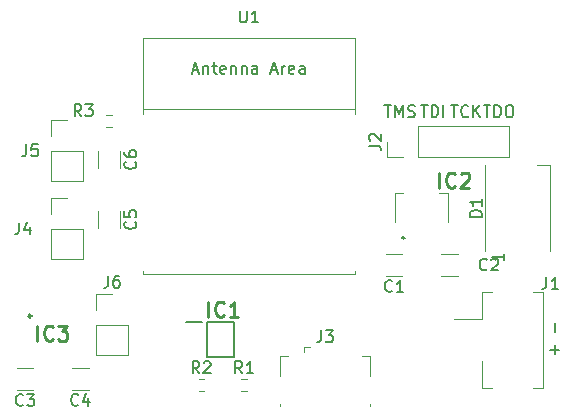
<source format=gbr>
%TF.GenerationSoftware,KiCad,Pcbnew,(5.1.12)-1*%
%TF.CreationDate,2021-12-22T14:47:12+01:00*%
%TF.ProjectId,speaker,73706561-6b65-4722-9e6b-696361645f70,rev?*%
%TF.SameCoordinates,Original*%
%TF.FileFunction,Legend,Top*%
%TF.FilePolarity,Positive*%
%FSLAX46Y46*%
G04 Gerber Fmt 4.6, Leading zero omitted, Abs format (unit mm)*
G04 Created by KiCad (PCBNEW (5.1.12)-1) date 2021-12-22 14:47:12*
%MOMM*%
%LPD*%
G01*
G04 APERTURE LIST*
%ADD10C,0.150000*%
%ADD11C,0.120000*%
%ADD12C,0.200000*%
%ADD13C,0.254000*%
%ADD14C,0.100000*%
G04 APERTURE END LIST*
D10*
X169951447Y-86456828D02*
X170713352Y-86456828D01*
X170332400Y-86837780D02*
X170332400Y-86075876D01*
X170327628Y-84962952D02*
X170327628Y-84201047D01*
X164298476Y-65746380D02*
X164869904Y-65746380D01*
X164584190Y-66746380D02*
X164584190Y-65746380D01*
X165203238Y-66746380D02*
X165203238Y-65746380D01*
X165441333Y-65746380D01*
X165584190Y-65794000D01*
X165679428Y-65889238D01*
X165727047Y-65984476D01*
X165774666Y-66174952D01*
X165774666Y-66317809D01*
X165727047Y-66508285D01*
X165679428Y-66603523D01*
X165584190Y-66698761D01*
X165441333Y-66746380D01*
X165203238Y-66746380D01*
X166393714Y-65746380D02*
X166584190Y-65746380D01*
X166679428Y-65794000D01*
X166774666Y-65889238D01*
X166822285Y-66079714D01*
X166822285Y-66413047D01*
X166774666Y-66603523D01*
X166679428Y-66698761D01*
X166584190Y-66746380D01*
X166393714Y-66746380D01*
X166298476Y-66698761D01*
X166203238Y-66603523D01*
X166155619Y-66413047D01*
X166155619Y-66079714D01*
X166203238Y-65889238D01*
X166298476Y-65794000D01*
X166393714Y-65746380D01*
X161528285Y-65746380D02*
X162099714Y-65746380D01*
X161814000Y-66746380D02*
X161814000Y-65746380D01*
X163004476Y-66651142D02*
X162956857Y-66698761D01*
X162814000Y-66746380D01*
X162718761Y-66746380D01*
X162575904Y-66698761D01*
X162480666Y-66603523D01*
X162433047Y-66508285D01*
X162385428Y-66317809D01*
X162385428Y-66174952D01*
X162433047Y-65984476D01*
X162480666Y-65889238D01*
X162575904Y-65794000D01*
X162718761Y-65746380D01*
X162814000Y-65746380D01*
X162956857Y-65794000D01*
X163004476Y-65841619D01*
X163433047Y-66746380D02*
X163433047Y-65746380D01*
X164004476Y-66746380D02*
X163575904Y-66174952D01*
X164004476Y-65746380D02*
X163433047Y-66317809D01*
X158996190Y-65746380D02*
X159567619Y-65746380D01*
X159281904Y-66746380D02*
X159281904Y-65746380D01*
X159900952Y-66746380D02*
X159900952Y-65746380D01*
X160139047Y-65746380D01*
X160281904Y-65794000D01*
X160377142Y-65889238D01*
X160424761Y-65984476D01*
X160472380Y-66174952D01*
X160472380Y-66317809D01*
X160424761Y-66508285D01*
X160377142Y-66603523D01*
X160281904Y-66698761D01*
X160139047Y-66746380D01*
X159900952Y-66746380D01*
X160900952Y-66746380D02*
X160900952Y-65746380D01*
X155892666Y-65746380D02*
X156464095Y-65746380D01*
X156178380Y-66746380D02*
X156178380Y-65746380D01*
X156797428Y-66746380D02*
X156797428Y-65746380D01*
X157130761Y-66460666D01*
X157464095Y-65746380D01*
X157464095Y-66746380D01*
X157892666Y-66698761D02*
X158035523Y-66746380D01*
X158273619Y-66746380D01*
X158368857Y-66698761D01*
X158416476Y-66651142D01*
X158464095Y-66555904D01*
X158464095Y-66460666D01*
X158416476Y-66365428D01*
X158368857Y-66317809D01*
X158273619Y-66270190D01*
X158083142Y-66222571D01*
X157987904Y-66174952D01*
X157940285Y-66127333D01*
X157892666Y-66032095D01*
X157892666Y-65936857D01*
X157940285Y-65841619D01*
X157987904Y-65794000D01*
X158083142Y-65746380D01*
X158321238Y-65746380D01*
X158464095Y-65794000D01*
D11*
%TO.C,D1*%
X169932800Y-70797400D02*
X168782800Y-70797400D01*
X169932800Y-78097400D02*
X169932800Y-70797400D01*
X164432800Y-78097400D02*
X164432800Y-70797400D01*
D12*
%TO.C,IC1*%
X139086000Y-84098000D02*
X140486000Y-84098000D01*
X140836000Y-87098000D02*
X140836000Y-84098000D01*
X143136000Y-87098000D02*
X140836000Y-87098000D01*
X143136000Y-84098000D02*
X143136000Y-87098000D01*
X140836000Y-84098000D02*
X143136000Y-84098000D01*
D11*
%TO.C,J1*%
X169358400Y-89708400D02*
X168508400Y-89708400D01*
X169358400Y-81538400D02*
X169358400Y-89708400D01*
X168508400Y-81538400D02*
X169358400Y-81538400D01*
X164138400Y-89708400D02*
X164138400Y-87383400D01*
X164988400Y-89708400D02*
X164138400Y-89708400D01*
X164138400Y-83863400D02*
X161748400Y-83863400D01*
X164138400Y-81538400D02*
X164138400Y-83863400D01*
X164988400Y-81538400D02*
X164138400Y-81538400D01*
%TO.C,U1*%
X135425000Y-60025000D02*
X153425000Y-60025000D01*
X153425000Y-80025000D02*
X135425000Y-80025000D01*
X153425000Y-66025000D02*
X135475000Y-66025000D01*
X153425000Y-60025000D02*
X153425000Y-66525000D01*
X135425000Y-60025000D02*
X135425000Y-66525000D01*
X135425000Y-80025000D02*
X135425000Y-79775000D01*
X153425000Y-79775000D02*
X153425000Y-80025000D01*
%TO.C,J5*%
X127702000Y-72196000D02*
X130362000Y-72196000D01*
X127702000Y-69596000D02*
X127702000Y-72196000D01*
X130362000Y-69596000D02*
X130362000Y-72196000D01*
X127702000Y-69596000D02*
X130362000Y-69596000D01*
X127702000Y-68326000D02*
X127702000Y-66996000D01*
X127702000Y-66996000D02*
X129032000Y-66996000D01*
%TO.C,J6*%
X131512000Y-86928000D02*
X134172000Y-86928000D01*
X131512000Y-84328000D02*
X131512000Y-86928000D01*
X134172000Y-84328000D02*
X134172000Y-86928000D01*
X131512000Y-84328000D02*
X134172000Y-84328000D01*
X131512000Y-83058000D02*
X131512000Y-81728000D01*
X131512000Y-81728000D02*
X132842000Y-81728000D01*
%TO.C,R3*%
X132350742Y-66533500D02*
X132825258Y-66533500D01*
X132350742Y-67578500D02*
X132825258Y-67578500D01*
%TO.C,R2*%
X140161742Y-88885500D02*
X140636258Y-88885500D01*
X140161742Y-89930500D02*
X140636258Y-89930500D01*
%TO.C,R1*%
X143780742Y-88885500D02*
X144255258Y-88885500D01*
X143780742Y-89930500D02*
X144255258Y-89930500D01*
%TO.C,J4*%
X127702000Y-78800000D02*
X130362000Y-78800000D01*
X127702000Y-76200000D02*
X127702000Y-78800000D01*
X130362000Y-76200000D02*
X130362000Y-78800000D01*
X127702000Y-76200000D02*
X130362000Y-76200000D01*
X127702000Y-74930000D02*
X127702000Y-73600000D01*
X127702000Y-73600000D02*
X129032000Y-73600000D01*
%TO.C,J3*%
X147066000Y-86936000D02*
X147726000Y-86936000D01*
X147066000Y-88666000D02*
X147066000Y-86936000D01*
X154686000Y-91236000D02*
X154686000Y-91026000D01*
X147066000Y-91236000D02*
X147066000Y-91026000D01*
X154686000Y-88666000D02*
X154686000Y-86936000D01*
X154686000Y-86936000D02*
X154036000Y-86936000D01*
X149116000Y-86236000D02*
X149566000Y-86236000D01*
X149116000Y-86236000D02*
X149116000Y-86626000D01*
%TO.C,J2*%
X166430000Y-70164000D02*
X166430000Y-67504000D01*
X158750000Y-70164000D02*
X166430000Y-70164000D01*
X158750000Y-67504000D02*
X166430000Y-67504000D01*
X158750000Y-70164000D02*
X158750000Y-67504000D01*
X157480000Y-70164000D02*
X156150000Y-70164000D01*
X156150000Y-70164000D02*
X156150000Y-68834000D01*
D13*
%TO.C,IC3*%
X126012000Y-83590000D02*
G75*
G03*
X126012000Y-83590000I-125000J0D01*
G01*
D14*
%TO.C,IC2*%
X157504000Y-73152000D02*
X156754000Y-73152000D01*
X156754000Y-73152000D02*
X156754000Y-75602000D01*
X160504000Y-73152000D02*
X161254000Y-73152000D01*
X161254000Y-73152000D02*
X161254000Y-75602000D01*
D12*
X157404000Y-76952000D02*
X157404000Y-76952000D01*
X157604000Y-76952000D02*
X157604000Y-76952000D01*
X157604000Y-76952000D02*
G75*
G02*
X157404000Y-76952000I-100000J0D01*
G01*
X157404000Y-76952000D02*
G75*
G02*
X157604000Y-76952000I100000J0D01*
G01*
D11*
%TO.C,C6*%
X133498000Y-69646748D02*
X133498000Y-71069252D01*
X131678000Y-69646748D02*
X131678000Y-71069252D01*
%TO.C,C5*%
X133498000Y-74726748D02*
X133498000Y-76149252D01*
X131678000Y-74726748D02*
X131678000Y-76149252D01*
%TO.C,C4*%
X129438348Y-87990000D02*
X130860852Y-87990000D01*
X129438348Y-89810000D02*
X130860852Y-89810000D01*
%TO.C,C3*%
X126187252Y-89810000D02*
X124764748Y-89810000D01*
X126187252Y-87990000D02*
X124764748Y-87990000D01*
%TO.C,C2*%
X160731148Y-78363400D02*
X162153652Y-78363400D01*
X160731148Y-80183400D02*
X162153652Y-80183400D01*
%TO.C,C1*%
X157429252Y-80158000D02*
X156006748Y-80158000D01*
X157429252Y-78338000D02*
X156006748Y-78338000D01*
%TO.C,D1*%
D10*
X164135180Y-75185495D02*
X163135180Y-75185495D01*
X163135180Y-74947400D01*
X163182800Y-74804542D01*
X163278038Y-74709304D01*
X163373276Y-74661685D01*
X163563752Y-74614066D01*
X163706609Y-74614066D01*
X163897085Y-74661685D01*
X163992323Y-74709304D01*
X164087561Y-74804542D01*
X164135180Y-74947400D01*
X164135180Y-75185495D01*
X164135180Y-73661685D02*
X164135180Y-74233114D01*
X164135180Y-73947400D02*
X163135180Y-73947400D01*
X163278038Y-74042638D01*
X163373276Y-74137876D01*
X163420895Y-74233114D01*
X166035180Y-78311685D02*
X166035180Y-78883114D01*
X166035180Y-78597400D02*
X165035180Y-78597400D01*
X165178038Y-78692638D01*
X165273276Y-78787876D01*
X165320895Y-78883114D01*
%TO.C,IC1*%
D13*
X141000238Y-83632523D02*
X141000238Y-82362523D01*
X142330714Y-83511571D02*
X142270238Y-83572047D01*
X142088809Y-83632523D01*
X141967857Y-83632523D01*
X141786428Y-83572047D01*
X141665476Y-83451095D01*
X141605000Y-83330142D01*
X141544523Y-83088238D01*
X141544523Y-82906809D01*
X141605000Y-82664904D01*
X141665476Y-82543952D01*
X141786428Y-82423000D01*
X141967857Y-82362523D01*
X142088809Y-82362523D01*
X142270238Y-82423000D01*
X142330714Y-82483476D01*
X143540238Y-83632523D02*
X142814523Y-83632523D01*
X143177380Y-83632523D02*
X143177380Y-82362523D01*
X143056428Y-82543952D01*
X142935476Y-82664904D01*
X142814523Y-82725380D01*
%TO.C,J1*%
D10*
X169618066Y-80300580D02*
X169618066Y-81014866D01*
X169570447Y-81157723D01*
X169475209Y-81252961D01*
X169332352Y-81300580D01*
X169237114Y-81300580D01*
X170618066Y-81300580D02*
X170046638Y-81300580D01*
X170332352Y-81300580D02*
X170332352Y-80300580D01*
X170237114Y-80443438D01*
X170141876Y-80538676D01*
X170046638Y-80586295D01*
%TO.C,U1*%
X143663095Y-57727380D02*
X143663095Y-58536904D01*
X143710714Y-58632142D01*
X143758333Y-58679761D01*
X143853571Y-58727380D01*
X144044047Y-58727380D01*
X144139285Y-58679761D01*
X144186904Y-58632142D01*
X144234523Y-58536904D01*
X144234523Y-57727380D01*
X145234523Y-58727380D02*
X144663095Y-58727380D01*
X144948809Y-58727380D02*
X144948809Y-57727380D01*
X144853571Y-57870238D01*
X144758333Y-57965476D01*
X144663095Y-58013095D01*
X139663095Y-62791666D02*
X140139285Y-62791666D01*
X139567857Y-63077380D02*
X139901190Y-62077380D01*
X140234523Y-63077380D01*
X140567857Y-62410714D02*
X140567857Y-63077380D01*
X140567857Y-62505952D02*
X140615476Y-62458333D01*
X140710714Y-62410714D01*
X140853571Y-62410714D01*
X140948809Y-62458333D01*
X140996428Y-62553571D01*
X140996428Y-63077380D01*
X141329761Y-62410714D02*
X141710714Y-62410714D01*
X141472619Y-62077380D02*
X141472619Y-62934523D01*
X141520238Y-63029761D01*
X141615476Y-63077380D01*
X141710714Y-63077380D01*
X142425000Y-63029761D02*
X142329761Y-63077380D01*
X142139285Y-63077380D01*
X142044047Y-63029761D01*
X141996428Y-62934523D01*
X141996428Y-62553571D01*
X142044047Y-62458333D01*
X142139285Y-62410714D01*
X142329761Y-62410714D01*
X142425000Y-62458333D01*
X142472619Y-62553571D01*
X142472619Y-62648809D01*
X141996428Y-62744047D01*
X142901190Y-62410714D02*
X142901190Y-63077380D01*
X142901190Y-62505952D02*
X142948809Y-62458333D01*
X143044047Y-62410714D01*
X143186904Y-62410714D01*
X143282142Y-62458333D01*
X143329761Y-62553571D01*
X143329761Y-63077380D01*
X143805952Y-62410714D02*
X143805952Y-63077380D01*
X143805952Y-62505952D02*
X143853571Y-62458333D01*
X143948809Y-62410714D01*
X144091666Y-62410714D01*
X144186904Y-62458333D01*
X144234523Y-62553571D01*
X144234523Y-63077380D01*
X145139285Y-63077380D02*
X145139285Y-62553571D01*
X145091666Y-62458333D01*
X144996428Y-62410714D01*
X144805952Y-62410714D01*
X144710714Y-62458333D01*
X145139285Y-63029761D02*
X145044047Y-63077380D01*
X144805952Y-63077380D01*
X144710714Y-63029761D01*
X144663095Y-62934523D01*
X144663095Y-62839285D01*
X144710714Y-62744047D01*
X144805952Y-62696428D01*
X145044047Y-62696428D01*
X145139285Y-62648809D01*
X146329761Y-62791666D02*
X146805952Y-62791666D01*
X146234523Y-63077380D02*
X146567857Y-62077380D01*
X146901190Y-63077380D01*
X147234523Y-63077380D02*
X147234523Y-62410714D01*
X147234523Y-62601190D02*
X147282142Y-62505952D01*
X147329761Y-62458333D01*
X147425000Y-62410714D01*
X147520238Y-62410714D01*
X148234523Y-63029761D02*
X148139285Y-63077380D01*
X147948809Y-63077380D01*
X147853571Y-63029761D01*
X147805952Y-62934523D01*
X147805952Y-62553571D01*
X147853571Y-62458333D01*
X147948809Y-62410714D01*
X148139285Y-62410714D01*
X148234523Y-62458333D01*
X148282142Y-62553571D01*
X148282142Y-62648809D01*
X147805952Y-62744047D01*
X149139285Y-63077380D02*
X149139285Y-62553571D01*
X149091666Y-62458333D01*
X148996428Y-62410714D01*
X148805952Y-62410714D01*
X148710714Y-62458333D01*
X149139285Y-63029761D02*
X149044047Y-63077380D01*
X148805952Y-63077380D01*
X148710714Y-63029761D01*
X148663095Y-62934523D01*
X148663095Y-62839285D01*
X148710714Y-62744047D01*
X148805952Y-62696428D01*
X149044047Y-62696428D01*
X149139285Y-62648809D01*
%TO.C,J5*%
X125574466Y-69048380D02*
X125574466Y-69762666D01*
X125526847Y-69905523D01*
X125431609Y-70000761D01*
X125288752Y-70048380D01*
X125193514Y-70048380D01*
X126526847Y-69048380D02*
X126050657Y-69048380D01*
X126003038Y-69524571D01*
X126050657Y-69476952D01*
X126145895Y-69429333D01*
X126383990Y-69429333D01*
X126479228Y-69476952D01*
X126526847Y-69524571D01*
X126574466Y-69619809D01*
X126574466Y-69857904D01*
X126526847Y-69953142D01*
X126479228Y-70000761D01*
X126383990Y-70048380D01*
X126145895Y-70048380D01*
X126050657Y-70000761D01*
X126003038Y-69953142D01*
%TO.C,J6*%
X132508666Y-80180380D02*
X132508666Y-80894666D01*
X132461047Y-81037523D01*
X132365809Y-81132761D01*
X132222952Y-81180380D01*
X132127714Y-81180380D01*
X133413428Y-80180380D02*
X133222952Y-80180380D01*
X133127714Y-80228000D01*
X133080095Y-80275619D01*
X132984857Y-80418476D01*
X132937238Y-80608952D01*
X132937238Y-80989904D01*
X132984857Y-81085142D01*
X133032476Y-81132761D01*
X133127714Y-81180380D01*
X133318190Y-81180380D01*
X133413428Y-81132761D01*
X133461047Y-81085142D01*
X133508666Y-80989904D01*
X133508666Y-80751809D01*
X133461047Y-80656571D01*
X133413428Y-80608952D01*
X133318190Y-80561333D01*
X133127714Y-80561333D01*
X133032476Y-80608952D01*
X132984857Y-80656571D01*
X132937238Y-80751809D01*
%TO.C,R3*%
X130236933Y-66670180D02*
X129903600Y-66193990D01*
X129665504Y-66670180D02*
X129665504Y-65670180D01*
X130046457Y-65670180D01*
X130141695Y-65717800D01*
X130189314Y-65765419D01*
X130236933Y-65860657D01*
X130236933Y-66003514D01*
X130189314Y-66098752D01*
X130141695Y-66146371D01*
X130046457Y-66193990D01*
X129665504Y-66193990D01*
X130570266Y-65670180D02*
X131189314Y-65670180D01*
X130855980Y-66051133D01*
X130998838Y-66051133D01*
X131094076Y-66098752D01*
X131141695Y-66146371D01*
X131189314Y-66241609D01*
X131189314Y-66479704D01*
X131141695Y-66574942D01*
X131094076Y-66622561D01*
X130998838Y-66670180D01*
X130713123Y-66670180D01*
X130617885Y-66622561D01*
X130570266Y-66574942D01*
%TO.C,R2*%
X140232333Y-88430380D02*
X139899000Y-87954190D01*
X139660904Y-88430380D02*
X139660904Y-87430380D01*
X140041857Y-87430380D01*
X140137095Y-87478000D01*
X140184714Y-87525619D01*
X140232333Y-87620857D01*
X140232333Y-87763714D01*
X140184714Y-87858952D01*
X140137095Y-87906571D01*
X140041857Y-87954190D01*
X139660904Y-87954190D01*
X140613285Y-87525619D02*
X140660904Y-87478000D01*
X140756142Y-87430380D01*
X140994238Y-87430380D01*
X141089476Y-87478000D01*
X141137095Y-87525619D01*
X141184714Y-87620857D01*
X141184714Y-87716095D01*
X141137095Y-87858952D01*
X140565666Y-88430380D01*
X141184714Y-88430380D01*
%TO.C,R1*%
X143851333Y-88430380D02*
X143518000Y-87954190D01*
X143279904Y-88430380D02*
X143279904Y-87430380D01*
X143660857Y-87430380D01*
X143756095Y-87478000D01*
X143803714Y-87525619D01*
X143851333Y-87620857D01*
X143851333Y-87763714D01*
X143803714Y-87858952D01*
X143756095Y-87906571D01*
X143660857Y-87954190D01*
X143279904Y-87954190D01*
X144803714Y-88430380D02*
X144232285Y-88430380D01*
X144518000Y-88430380D02*
X144518000Y-87430380D01*
X144422761Y-87573238D01*
X144327523Y-87668476D01*
X144232285Y-87716095D01*
%TO.C,J4*%
X124964866Y-75677780D02*
X124964866Y-76392066D01*
X124917247Y-76534923D01*
X124822009Y-76630161D01*
X124679152Y-76677780D01*
X124583914Y-76677780D01*
X125869628Y-76011114D02*
X125869628Y-76677780D01*
X125631533Y-75630161D02*
X125393438Y-76344447D01*
X126012485Y-76344447D01*
%TO.C,J3*%
X150542666Y-84798380D02*
X150542666Y-85512666D01*
X150495047Y-85655523D01*
X150399809Y-85750761D01*
X150256952Y-85798380D01*
X150161714Y-85798380D01*
X150923619Y-84798380D02*
X151542666Y-84798380D01*
X151209333Y-85179333D01*
X151352190Y-85179333D01*
X151447428Y-85226952D01*
X151495047Y-85274571D01*
X151542666Y-85369809D01*
X151542666Y-85607904D01*
X151495047Y-85703142D01*
X151447428Y-85750761D01*
X151352190Y-85798380D01*
X151066476Y-85798380D01*
X150971238Y-85750761D01*
X150923619Y-85703142D01*
%TO.C,J2*%
X154602380Y-69167333D02*
X155316666Y-69167333D01*
X155459523Y-69214952D01*
X155554761Y-69310190D01*
X155602380Y-69453047D01*
X155602380Y-69548285D01*
X154697619Y-68738761D02*
X154650000Y-68691142D01*
X154602380Y-68595904D01*
X154602380Y-68357809D01*
X154650000Y-68262571D01*
X154697619Y-68214952D01*
X154792857Y-68167333D01*
X154888095Y-68167333D01*
X155030952Y-68214952D01*
X155602380Y-68786380D01*
X155602380Y-68167333D01*
%TO.C,IC3*%
D13*
X126522238Y-85664523D02*
X126522238Y-84394523D01*
X127852714Y-85543571D02*
X127792238Y-85604047D01*
X127610809Y-85664523D01*
X127489857Y-85664523D01*
X127308428Y-85604047D01*
X127187476Y-85483095D01*
X127127000Y-85362142D01*
X127066523Y-85120238D01*
X127066523Y-84938809D01*
X127127000Y-84696904D01*
X127187476Y-84575952D01*
X127308428Y-84455000D01*
X127489857Y-84394523D01*
X127610809Y-84394523D01*
X127792238Y-84455000D01*
X127852714Y-84515476D01*
X128276047Y-84394523D02*
X129062238Y-84394523D01*
X128638904Y-84878333D01*
X128820333Y-84878333D01*
X128941285Y-84938809D01*
X129001761Y-84999285D01*
X129062238Y-85120238D01*
X129062238Y-85422619D01*
X129001761Y-85543571D01*
X128941285Y-85604047D01*
X128820333Y-85664523D01*
X128457476Y-85664523D01*
X128336523Y-85604047D01*
X128276047Y-85543571D01*
%TO.C,IC2*%
X160558238Y-72710523D02*
X160558238Y-71440523D01*
X161888714Y-72589571D02*
X161828238Y-72650047D01*
X161646809Y-72710523D01*
X161525857Y-72710523D01*
X161344428Y-72650047D01*
X161223476Y-72529095D01*
X161163000Y-72408142D01*
X161102523Y-72166238D01*
X161102523Y-71984809D01*
X161163000Y-71742904D01*
X161223476Y-71621952D01*
X161344428Y-71501000D01*
X161525857Y-71440523D01*
X161646809Y-71440523D01*
X161828238Y-71501000D01*
X161888714Y-71561476D01*
X162372523Y-71561476D02*
X162433000Y-71501000D01*
X162553952Y-71440523D01*
X162856333Y-71440523D01*
X162977285Y-71501000D01*
X163037761Y-71561476D01*
X163098238Y-71682428D01*
X163098238Y-71803380D01*
X163037761Y-71984809D01*
X162312047Y-72710523D01*
X163098238Y-72710523D01*
%TO.C,C6*%
D10*
X134795142Y-70524666D02*
X134842761Y-70572285D01*
X134890380Y-70715142D01*
X134890380Y-70810380D01*
X134842761Y-70953238D01*
X134747523Y-71048476D01*
X134652285Y-71096095D01*
X134461809Y-71143714D01*
X134318952Y-71143714D01*
X134128476Y-71096095D01*
X134033238Y-71048476D01*
X133938000Y-70953238D01*
X133890380Y-70810380D01*
X133890380Y-70715142D01*
X133938000Y-70572285D01*
X133985619Y-70524666D01*
X133890380Y-69667523D02*
X133890380Y-69858000D01*
X133938000Y-69953238D01*
X133985619Y-70000857D01*
X134128476Y-70096095D01*
X134318952Y-70143714D01*
X134699904Y-70143714D01*
X134795142Y-70096095D01*
X134842761Y-70048476D01*
X134890380Y-69953238D01*
X134890380Y-69762761D01*
X134842761Y-69667523D01*
X134795142Y-69619904D01*
X134699904Y-69572285D01*
X134461809Y-69572285D01*
X134366571Y-69619904D01*
X134318952Y-69667523D01*
X134271333Y-69762761D01*
X134271333Y-69953238D01*
X134318952Y-70048476D01*
X134366571Y-70096095D01*
X134461809Y-70143714D01*
%TO.C,C5*%
X134795142Y-75604666D02*
X134842761Y-75652285D01*
X134890380Y-75795142D01*
X134890380Y-75890380D01*
X134842761Y-76033238D01*
X134747523Y-76128476D01*
X134652285Y-76176095D01*
X134461809Y-76223714D01*
X134318952Y-76223714D01*
X134128476Y-76176095D01*
X134033238Y-76128476D01*
X133938000Y-76033238D01*
X133890380Y-75890380D01*
X133890380Y-75795142D01*
X133938000Y-75652285D01*
X133985619Y-75604666D01*
X133890380Y-74699904D02*
X133890380Y-75176095D01*
X134366571Y-75223714D01*
X134318952Y-75176095D01*
X134271333Y-75080857D01*
X134271333Y-74842761D01*
X134318952Y-74747523D01*
X134366571Y-74699904D01*
X134461809Y-74652285D01*
X134699904Y-74652285D01*
X134795142Y-74699904D01*
X134842761Y-74747523D01*
X134890380Y-74842761D01*
X134890380Y-75080857D01*
X134842761Y-75176095D01*
X134795142Y-75223714D01*
%TO.C,C4*%
X129982933Y-91085942D02*
X129935314Y-91133561D01*
X129792457Y-91181180D01*
X129697219Y-91181180D01*
X129554361Y-91133561D01*
X129459123Y-91038323D01*
X129411504Y-90943085D01*
X129363885Y-90752609D01*
X129363885Y-90609752D01*
X129411504Y-90419276D01*
X129459123Y-90324038D01*
X129554361Y-90228800D01*
X129697219Y-90181180D01*
X129792457Y-90181180D01*
X129935314Y-90228800D01*
X129982933Y-90276419D01*
X130840076Y-90514514D02*
X130840076Y-91181180D01*
X130601980Y-90133561D02*
X130363885Y-90847847D01*
X130982933Y-90847847D01*
%TO.C,C3*%
X125309333Y-91107142D02*
X125261714Y-91154761D01*
X125118857Y-91202380D01*
X125023619Y-91202380D01*
X124880761Y-91154761D01*
X124785523Y-91059523D01*
X124737904Y-90964285D01*
X124690285Y-90773809D01*
X124690285Y-90630952D01*
X124737904Y-90440476D01*
X124785523Y-90345238D01*
X124880761Y-90250000D01*
X125023619Y-90202380D01*
X125118857Y-90202380D01*
X125261714Y-90250000D01*
X125309333Y-90297619D01*
X125642666Y-90202380D02*
X126261714Y-90202380D01*
X125928380Y-90583333D01*
X126071238Y-90583333D01*
X126166476Y-90630952D01*
X126214095Y-90678571D01*
X126261714Y-90773809D01*
X126261714Y-91011904D01*
X126214095Y-91107142D01*
X126166476Y-91154761D01*
X126071238Y-91202380D01*
X125785523Y-91202380D01*
X125690285Y-91154761D01*
X125642666Y-91107142D01*
%TO.C,C2*%
X164577733Y-79630542D02*
X164530114Y-79678161D01*
X164387257Y-79725780D01*
X164292019Y-79725780D01*
X164149161Y-79678161D01*
X164053923Y-79582923D01*
X164006304Y-79487685D01*
X163958685Y-79297209D01*
X163958685Y-79154352D01*
X164006304Y-78963876D01*
X164053923Y-78868638D01*
X164149161Y-78773400D01*
X164292019Y-78725780D01*
X164387257Y-78725780D01*
X164530114Y-78773400D01*
X164577733Y-78821019D01*
X164958685Y-78821019D02*
X165006304Y-78773400D01*
X165101542Y-78725780D01*
X165339638Y-78725780D01*
X165434876Y-78773400D01*
X165482495Y-78821019D01*
X165530114Y-78916257D01*
X165530114Y-79011495D01*
X165482495Y-79154352D01*
X164911066Y-79725780D01*
X165530114Y-79725780D01*
%TO.C,C1*%
X156551333Y-81455142D02*
X156503714Y-81502761D01*
X156360857Y-81550380D01*
X156265619Y-81550380D01*
X156122761Y-81502761D01*
X156027523Y-81407523D01*
X155979904Y-81312285D01*
X155932285Y-81121809D01*
X155932285Y-80978952D01*
X155979904Y-80788476D01*
X156027523Y-80693238D01*
X156122761Y-80598000D01*
X156265619Y-80550380D01*
X156360857Y-80550380D01*
X156503714Y-80598000D01*
X156551333Y-80645619D01*
X157503714Y-81550380D02*
X156932285Y-81550380D01*
X157218000Y-81550380D02*
X157218000Y-80550380D01*
X157122761Y-80693238D01*
X157027523Y-80788476D01*
X156932285Y-80836095D01*
%TD*%
M02*

</source>
